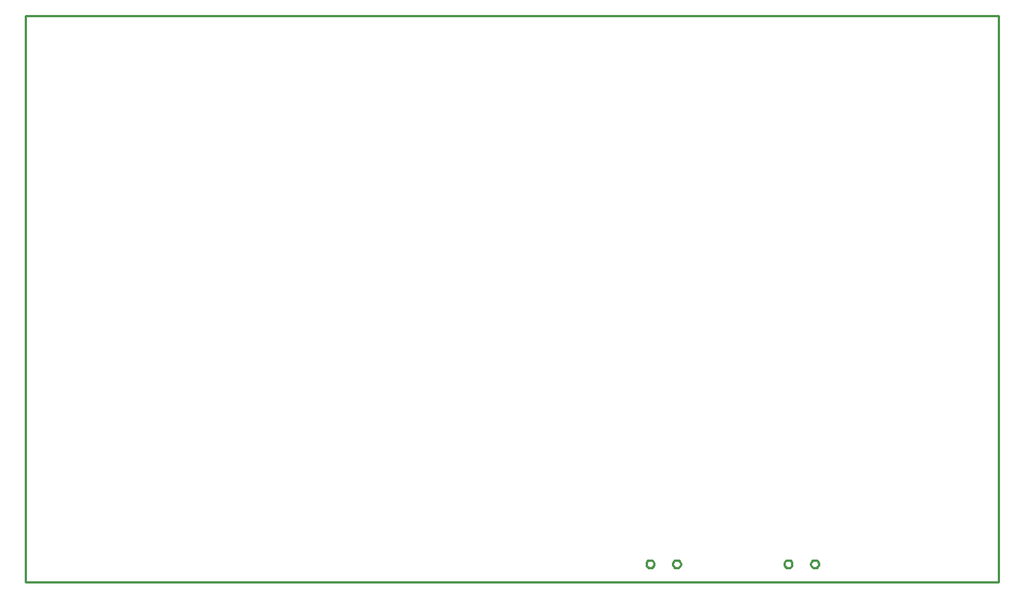
<source format=gbr>
G04 EAGLE Gerber RS-274X export*
G75*
%MOMM*%
%FSLAX34Y34*%
%LPD*%
%IN*%
%IPPOS*%
%AMOC8*
5,1,8,0,0,1.08239X$1,22.5*%
G01*
%ADD10C,0.254000*%


D10*
X0Y0D02*
X1100000Y0D01*
X1100000Y640000D01*
X0Y640000D01*
X0Y0D01*
X866500Y19705D02*
X866423Y19120D01*
X866270Y18550D01*
X866045Y18005D01*
X865750Y17495D01*
X865391Y17027D01*
X864973Y16609D01*
X864505Y16250D01*
X863995Y15955D01*
X863450Y15730D01*
X862880Y15577D01*
X862295Y15500D01*
X861705Y15500D01*
X861120Y15577D01*
X860550Y15730D01*
X860005Y15955D01*
X859495Y16250D01*
X859027Y16609D01*
X858609Y17027D01*
X858250Y17495D01*
X857955Y18005D01*
X857730Y18550D01*
X857577Y19120D01*
X857500Y19705D01*
X857500Y20295D01*
X857577Y20880D01*
X857730Y21450D01*
X857955Y21995D01*
X858250Y22505D01*
X858609Y22973D01*
X859027Y23391D01*
X859495Y23750D01*
X860005Y24045D01*
X860550Y24270D01*
X861120Y24423D01*
X861705Y24500D01*
X862295Y24500D01*
X862880Y24423D01*
X863450Y24270D01*
X863995Y24045D01*
X864505Y23750D01*
X864973Y23391D01*
X865391Y22973D01*
X865750Y22505D01*
X866045Y21995D01*
X866270Y21450D01*
X866423Y20880D01*
X866500Y20295D01*
X866500Y19705D01*
X896500Y19705D02*
X896423Y19120D01*
X896270Y18550D01*
X896045Y18005D01*
X895750Y17495D01*
X895391Y17027D01*
X894973Y16609D01*
X894505Y16250D01*
X893995Y15955D01*
X893450Y15730D01*
X892880Y15577D01*
X892295Y15500D01*
X891705Y15500D01*
X891120Y15577D01*
X890550Y15730D01*
X890005Y15955D01*
X889495Y16250D01*
X889027Y16609D01*
X888609Y17027D01*
X888250Y17495D01*
X887955Y18005D01*
X887730Y18550D01*
X887577Y19120D01*
X887500Y19705D01*
X887500Y20295D01*
X887577Y20880D01*
X887730Y21450D01*
X887955Y21995D01*
X888250Y22505D01*
X888609Y22973D01*
X889027Y23391D01*
X889495Y23750D01*
X890005Y24045D01*
X890550Y24270D01*
X891120Y24423D01*
X891705Y24500D01*
X892295Y24500D01*
X892880Y24423D01*
X893450Y24270D01*
X893995Y24045D01*
X894505Y23750D01*
X894973Y23391D01*
X895391Y22973D01*
X895750Y22505D01*
X896045Y21995D01*
X896270Y21450D01*
X896423Y20880D01*
X896500Y20295D01*
X896500Y19705D01*
X710500Y19705D02*
X710423Y19120D01*
X710270Y18550D01*
X710045Y18005D01*
X709750Y17495D01*
X709391Y17027D01*
X708973Y16609D01*
X708505Y16250D01*
X707995Y15955D01*
X707450Y15730D01*
X706880Y15577D01*
X706295Y15500D01*
X705705Y15500D01*
X705120Y15577D01*
X704550Y15730D01*
X704005Y15955D01*
X703495Y16250D01*
X703027Y16609D01*
X702609Y17027D01*
X702250Y17495D01*
X701955Y18005D01*
X701730Y18550D01*
X701577Y19120D01*
X701500Y19705D01*
X701500Y20295D01*
X701577Y20880D01*
X701730Y21450D01*
X701955Y21995D01*
X702250Y22505D01*
X702609Y22973D01*
X703027Y23391D01*
X703495Y23750D01*
X704005Y24045D01*
X704550Y24270D01*
X705120Y24423D01*
X705705Y24500D01*
X706295Y24500D01*
X706880Y24423D01*
X707450Y24270D01*
X707995Y24045D01*
X708505Y23750D01*
X708973Y23391D01*
X709391Y22973D01*
X709750Y22505D01*
X710045Y21995D01*
X710270Y21450D01*
X710423Y20880D01*
X710500Y20295D01*
X710500Y19705D01*
X740500Y19705D02*
X740423Y19120D01*
X740270Y18550D01*
X740045Y18005D01*
X739750Y17495D01*
X739391Y17027D01*
X738973Y16609D01*
X738505Y16250D01*
X737995Y15955D01*
X737450Y15730D01*
X736880Y15577D01*
X736295Y15500D01*
X735705Y15500D01*
X735120Y15577D01*
X734550Y15730D01*
X734005Y15955D01*
X733495Y16250D01*
X733027Y16609D01*
X732609Y17027D01*
X732250Y17495D01*
X731955Y18005D01*
X731730Y18550D01*
X731577Y19120D01*
X731500Y19705D01*
X731500Y20295D01*
X731577Y20880D01*
X731730Y21450D01*
X731955Y21995D01*
X732250Y22505D01*
X732609Y22973D01*
X733027Y23391D01*
X733495Y23750D01*
X734005Y24045D01*
X734550Y24270D01*
X735120Y24423D01*
X735705Y24500D01*
X736295Y24500D01*
X736880Y24423D01*
X737450Y24270D01*
X737995Y24045D01*
X738505Y23750D01*
X738973Y23391D01*
X739391Y22973D01*
X739750Y22505D01*
X740045Y21995D01*
X740270Y21450D01*
X740423Y20880D01*
X740500Y20295D01*
X740500Y19705D01*
M02*

</source>
